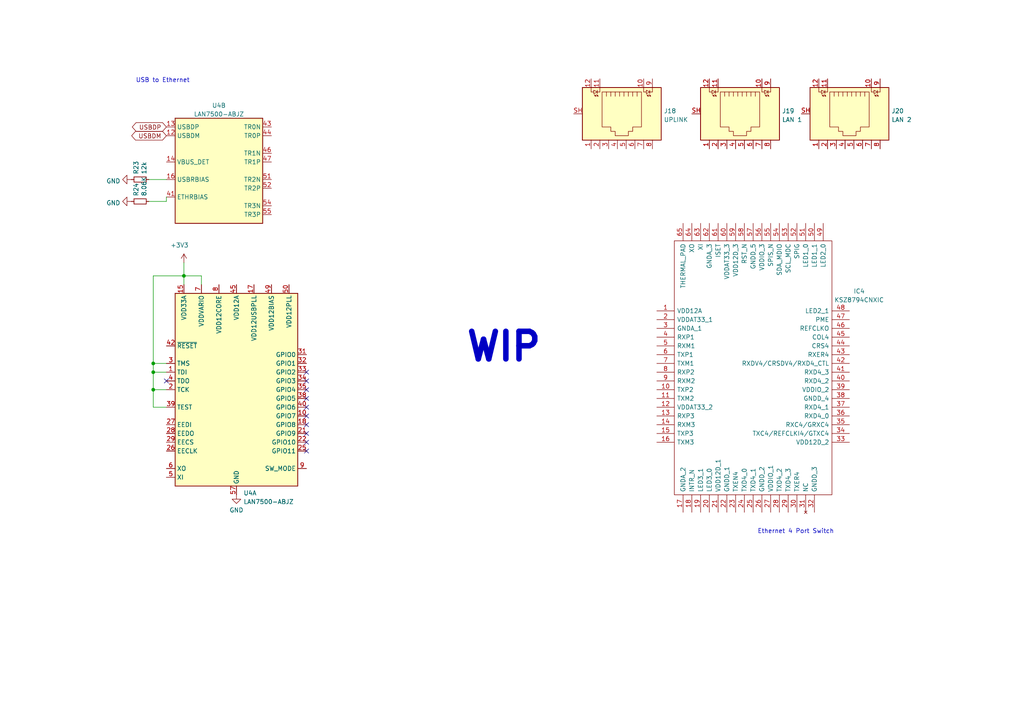
<source format=kicad_sch>
(kicad_sch (version 20211123) (generator eeschema)
  (paper "A4")
  (title_block (title "The Owl - RPI Cape 16ch Pixel Controller") (date "2022-04-04") (company "OnlineDynamic"))
  (lib_symbols
    (symbol "Connector:8P8C_LED_Shielded" (pin_names (offset 1.016))
      (property "Reference" "J" (at -5.08 13.97 0))
      (property "Value" "8P8C_LED_Shielded" (at 1.27 13.97 0))
      (symbol "8P8C_LED_Shielded_0_1"
        (polyline (pts (xy -7.62 -7.62) (xy -6.35 -7.62)))
        (polyline (pts (xy -7.62 -5.08) (xy -6.35 -5.08)))
        (polyline (pts (xy -7.62 7.62) (xy -6.35 7.62)))
        (polyline (pts (xy -7.62 10.16) (xy -6.35 10.16)))
        (polyline (pts (xy -6.858 -5.842) (xy -5.842 -5.842)))
        (polyline (pts (xy -6.858 9.398) (xy -5.842 9.398)))
        (polyline (pts (xy -6.35 -7.62) (xy -6.35 -6.858)))
        (polyline (pts (xy -6.35 -5.08) (xy -6.35 -5.842)))
        (polyline (pts (xy -6.35 7.62) (xy -6.35 8.382)))
        (polyline (pts (xy -6.35 10.16) (xy -6.35 9.398)))
        (polyline (pts (xy -5.08 -6.223) (xy -5.207 -6.604)))
        (polyline (pts (xy -5.08 -5.588) (xy -5.207 -5.969)))
        (polyline (pts (xy -5.08 4.445) (xy -6.35 4.445)))
        (polyline (pts (xy -5.08 5.715) (xy -6.35 5.715)))
        (polyline (pts (xy -5.08 9.017) (xy -5.207 8.636)))
        (polyline (pts (xy -5.08 9.652) (xy -5.207 9.271)))
        (polyline (pts (xy -6.35 -3.175) (xy -5.08 -3.175) (xy -5.08 -3.175)))
        (polyline (pts (xy -6.35 -1.905) (xy -5.08 -1.905) (xy -5.08 -1.905)))
        (polyline (pts (xy -6.35 -0.635) (xy -5.08 -0.635) (xy -5.08 -0.635)))
        (polyline (pts (xy -6.35 0.635) (xy -5.08 0.635) (xy -5.08 0.635)))
        (polyline (pts (xy -6.35 1.905) (xy -5.08 1.905) (xy -5.08 1.905)))
        (polyline (pts (xy -5.588 -6.731) (xy -5.08 -6.223) (xy -5.461 -6.35)))
        (polyline (pts (xy -5.588 -6.096) (xy -5.08 -5.588) (xy -5.461 -5.715)))
        (polyline (pts (xy -5.588 8.509) (xy -5.08 9.017) (xy -5.461 8.89)))
        (polyline (pts (xy -5.588 9.144) (xy -5.08 9.652) (xy -5.461 9.525)))
        (polyline (pts (xy -5.08 3.175) (xy -6.35 3.175) (xy -6.35 3.175)))
        (polyline (pts (xy -6.35 -5.842) (xy -6.858 -6.858) (xy -5.842 -6.858) (xy -6.35 -5.842)))
        (polyline (pts (xy -6.35 9.398) (xy -6.858 8.382) (xy -5.842 8.382) (xy -6.35 9.398)))
        (polyline (pts (xy -6.35 -4.445) (xy -6.35 6.985) (xy 3.81 6.985) (xy 3.81 4.445) (xy 5.08 4.445) (xy 5.08 3.175) (xy 6.35 3.175) (xy 6.35 -0.635) (xy 5.08 -0.635) (xy 5.08 -1.905) (xy 3.81 -1.905) (xy 3.81 -4.445) (xy -6.35 -4.445) (xy -6.35 -4.445)))
        (rectangle (start 7.62 12.7) (end -7.62 -10.16) (stroke (width 0.254)) (fill (type background)))
      )
      (symbol "8P8C_LED_Shielded_1_1"
        (pin passive line (at 10.16 -7.62 180) (length 2.54) (name "~") (number "1"))
        (pin passive line (at -10.16 7.62 0) (length 2.54) (name "~") (number "10"))
        (pin passive line (at -10.16 -5.08 0) (length 2.54) (name "~") (number "11"))
        (pin passive line (at -10.16 -7.62 0) (length 2.54) (name "~") (number "12"))
        (pin passive line (at 10.16 -5.08 180) (length 2.54) (name "~") (number "2"))
        (pin passive line (at 10.16 -2.54 180) (length 2.54) (name "~") (number "3"))
        (pin passive line (at 10.16 0 180) (length 2.54) (name "~") (number "4"))
        (pin passive line (at 10.16 2.54 180) (length 2.54) (name "~") (number "5"))
        (pin passive line (at 10.16 5.08 180) (length 2.54) (name "~") (number "6"))
        (pin passive line (at 10.16 7.62 180) (length 2.54) (name "~") (number "7"))
        (pin passive line (at 10.16 10.16 180) (length 2.54) (name "~") (number "8"))
        (pin passive line (at -10.16 10.16 0) (length 2.54) (name "~") (number "9"))
        (pin passive line (at 0 -12.7 90) (length 2.54) (name "~") (number "SH"))
      )
    )
    (symbol "Device:R_Small" (pin_numbers hide) (pin_names (offset 0.254) hide)
      (property "Reference" "R" (at 0.762 0.508 0))
      (property "Value" "R_Small" (at 0.762 -1.016 0))
      (symbol "R_Small_0_1"
        (rectangle (start -0.762 1.778) (end 0.762 -1.778) (stroke (width 0.2032)))
      )
      (symbol "R_Small_1_1"
        (pin passive line (at 0 2.54 270) (length 0.762) (name "~") (number "1"))
        (pin passive line (at 0 -2.54 90) (length 0.762) (name "~") (number "2"))
      )
    )
    (symbol "Interface_Ethernet:LAN7500-ABJZ"
      (property "Reference" "U" (at -17.78 -29.21 0))
      (property "Value" "LAN7500-ABJZ" (at -17.78 -31.75 0))
      (symbol "LAN7500-ABJZ_1_1"
        (rectangle (start -17.78 27.94) (end 17.78 -27.94) (stroke (width 0.254)) (fill (type background)))
        (pin input line (at -20.32 5.08 0) (length 2.54) (name "TDI") (number "1"))
        (pin bidirectional line (at 20.32 -7.62 180) (length 2.54) (name "GPIO7") (number "10"))
        (pin passive line (at -5.08 30.48 270) (length 2.54) hide (name "VDD12CORE") (number "11"))
        (pin power_in line (at -15.24 30.48 270) (length 2.54) (name "VDD33A") (number "15"))
        (pin power_in line (at 5.08 30.48 270) (length 2.54) (name "VDD12USBPLL") (number "17"))
        (pin bidirectional line (at 20.32 -10.16 180) (length 2.54) (name "GPIO8") (number "18"))
        (pin passive line (at -10.16 30.48 270) (length 2.54) hide (name "VDDVARIO") (number "19"))
        (pin input line (at -20.32 0 0) (length 2.54) (name "TCK") (number "2"))
        (pin passive line (at -5.08 30.48 270) (length 2.54) hide (name "VDD12CORE") (number "20"))
        (pin bidirectional line (at 20.32 -12.7 180) (length 2.54) (name "GPIO9") (number "21"))
        (pin bidirectional line (at 20.32 -15.24 180) (length 2.54) (name "GPIO10") (number "22"))
        (pin passive line (at -5.08 30.48 270) (length 2.54) hide (name "VDD12CORE") (number "23"))
        (pin passive line (at -10.16 30.48 270) (length 2.54) hide (name "VDDVARIO") (number "24"))
        (pin bidirectional line (at 20.32 -17.78 180) (length 2.54) (name "GPIO11") (number "25"))
        (pin output line (at -20.32 -17.78 0) (length 2.54) (name "EECLK") (number "26"))
        (pin input line (at -20.32 -10.16 0) (length 2.54) (name "EEDI") (number "27"))
        (pin output line (at -20.32 -12.7 0) (length 2.54) (name "EEDO") (number "28"))
        (pin output line (at -20.32 -15.24 0) (length 2.54) (name "EECS") (number "29"))
        (pin input line (at -20.32 7.62 0) (length 2.54) (name "TMS") (number "3"))
        (pin passive line (at -5.08 30.48 270) (length 2.54) hide (name "VDD12CORE") (number "30"))
        (pin bidirectional line (at 20.32 10.16 180) (length 2.54) (name "GPIO0") (number "31"))
        (pin bidirectional line (at 20.32 7.62 180) (length 2.54) (name "GPIO1") (number "32"))
        (pin bidirectional line (at 20.32 5.08 180) (length 2.54) (name "GPIO2") (number "33"))
        (pin bidirectional line (at 20.32 2.54 180) (length 2.54) (name "GPIO3") (number "34"))
        (pin bidirectional line (at 20.32 0 180) (length 2.54) (name "GPIO4") (number "35"))
        (pin passive line (at -5.08 30.48 270) (length 2.54) hide (name "VDD12CORE") (number "36"))
        (pin passive line (at -10.16 30.48 270) (length 2.54) hide (name "VDDVARIO") (number "37"))
        (pin bidirectional line (at 20.32 -2.54 180) (length 2.54) (name "GPIO5") (number "38"))
        (pin input line (at -20.32 -5.08 0) (length 2.54) (name "TEST") (number "39"))
        (pin output line (at -20.32 2.54 0) (length 2.54) (name "TDO") (number "4"))
        (pin bidirectional line (at 20.32 -5.08 180) (length 2.54) (name "GPIO6") (number "40"))
        (pin input line (at -20.32 12.7 0) (length 2.54) (name "~{RESET}") (number "42"))
        (pin power_in line (at 0 30.48 270) (length 2.54) (name "VDD12A") (number "45"))
        (pin passive line (at 0 30.48 270) (length 2.54) hide (name "VDD12A") (number "48"))
        (pin power_in line (at 10.16 30.48 270) (length 2.54) (name "VDD12BIAS") (number "49"))
        (pin input line (at -20.32 -25.4 0) (length 2.54) (name "XI") (number "5"))
        (pin power_in line (at 15.24 30.48 270) (length 2.54) (name "VDD12PLL") (number "50"))
        (pin passive line (at 0 30.48 270) (length 2.54) hide (name "VDD12A") (number "53"))
        (pin passive line (at 0 30.48 270) (length 2.54) hide (name "VDD12A") (number "56"))
        (pin power_in line (at 0 -30.48 90) (length 2.54) (name "GND") (number "57"))
        (pin output line (at -20.32 -22.86 0) (length 2.54) (name "XO") (number "6"))
        (pin power_in line (at -10.16 30.48 270) (length 2.54) (name "VDDVARIO") (number "7"))
        (pin power_in line (at -5.08 30.48 270) (length 2.54) (name "VDD12CORE") (number "8"))
        (pin output line (at 20.32 -22.86 180) (length 2.54) (name "SW_MODE") (number "9"))
      )
      (symbol "LAN7500-ABJZ_2_1"
        (rectangle (start 12.7 -15.24) (end -12.7 15.24) (stroke (width 0.254)) (fill (type background)))
        (pin bidirectional line (at -15.24 10.16 0) (length 2.54) (name "USBDM") (number "12"))
        (pin bidirectional line (at -15.24 12.7 0) (length 2.54) (name "USBDP") (number "13"))
        (pin input line (at -15.24 2.54 0) (length 2.54) (name "VBUS_DET") (number "14"))
        (pin passive line (at -15.24 -2.54 0) (length 2.54) (name "USBRBIAS") (number "16"))
        (pin passive line (at -15.24 -7.62 0) (length 2.54) (name "ETHRBIAS") (number "41"))
        (pin bidirectional line (at 15.24 12.7 180) (length 2.54) (name "TR0N") (number "43"))
        (pin bidirectional line (at 15.24 10.16 180) (length 2.54) (name "TR0P") (number "44"))
        (pin bidirectional line (at 15.24 5.08 180) (length 2.54) (name "TR1N") (number "46"))
        (pin bidirectional line (at 15.24 2.54 180) (length 2.54) (name "TR1P") (number "47"))
        (pin bidirectional line (at 15.24 -2.54 180) (length 2.54) (name "TR2N") (number "51"))
        (pin bidirectional line (at 15.24 -5.08 180) (length 2.54) (name "TR2P") (number "52"))
        (pin bidirectional line (at 15.24 -10.16 180) (length 2.54) (name "TR3N") (number "54"))
        (pin bidirectional line (at 15.24 -12.7 180) (length 2.54) (name "TR3P") (number "55"))
      )
    )
    (symbol "SamacSys_Parts:KSZ8794CNXIC" (pin_names (offset 0.762))
      (property "Reference" "IC" (at 52.07 25.4 0))
      (property "Value" "KSZ8794CNXIC" (at 52.07 22.86 0))
      (symbol "KSZ8794CNXIC_0_0"
        (pin passive line (at 0 0 0) (length 5.08) (name "VDD12A") (number "1"))
        (pin passive line (at 0 -22.86 0) (length 5.08) (name "TXP2") (number "10"))
        (pin passive line (at 0 -25.4 0) (length 5.08) (name "TXM2") (number "11"))
        (pin passive line (at 0 -27.94 0) (length 5.08) (name "VDDAT33_2") (number "12"))
        (pin passive line (at 0 -30.48 0) (length 5.08) (name "RXP3") (number "13"))
        (pin passive line (at 0 -33.02 0) (length 5.08) (name "RXM3") (number "14"))
        (pin passive line (at 0 -35.56 0) (length 5.08) (name "TXP3") (number "15"))
        (pin passive line (at 0 -38.1 0) (length 5.08) (name "TXM3") (number "16"))
        (pin passive line (at 7.62 -58.42 90) (length 5.08) (name "GNDA_2") (number "17"))
        (pin passive line (at 10.16 -58.42 90) (length 5.08) (name "INTR_N") (number "18"))
        (pin passive line (at 12.7 -58.42 90) (length 5.08) (name "LED3_1") (number "19"))
        (pin passive line (at 0 -2.54 0) (length 5.08) (name "VDDAT33_1") (number "2"))
        (pin passive line (at 15.24 -58.42 90) (length 5.08) (name "LED3_0") (number "20"))
        (pin passive line (at 17.78 -58.42 90) (length 5.08) (name "VDD12D_1") (number "21"))
        (pin passive line (at 20.32 -58.42 90) (length 5.08) (name "GNDD_1") (number "22"))
        (pin passive line (at 22.86 -58.42 90) (length 5.08) (name "TXEN4") (number "23"))
        (pin passive line (at 25.4 -58.42 90) (length 5.08) (name "TXD4_0") (number "24"))
        (pin passive line (at 27.94 -58.42 90) (length 5.08) (name "TXD4_1") (number "25"))
        (pin passive line (at 30.48 -58.42 90) (length 5.08) (name "GNDD_2") (number "26"))
        (pin passive line (at 33.02 -58.42 90) (length 5.08) (name "VDDIO_1") (number "27"))
        (pin passive line (at 35.56 -58.42 90) (length 5.08) (name "TXD4_2") (number "28"))
        (pin passive line (at 38.1 -58.42 90) (length 5.08) (name "TXD4_3") (number "29"))
        (pin passive line (at 0 -5.08 0) (length 5.08) (name "GNDA_1") (number "3"))
        (pin passive line (at 40.64 -58.42 90) (length 5.08) (name "TXER4") (number "30"))
        (pin no_connect line (at 43.18 -58.42 90) (length 5.08) (name "NC") (number "31"))
        (pin passive line (at 45.72 -58.42 90) (length 5.08) (name "GNDD_3") (number "32"))
        (pin passive line (at 55.88 -38.1 180) (length 5.08) (name "VDD12D_2") (number "33"))
        (pin passive line (at 55.88 -35.56 180) (length 5.08) (name "TXC4/REFCLKI4/GTXC4") (number "34"))
        (pin passive line (at 55.88 -33.02 180) (length 5.08) (name "RXC4/GRXC4") (number "35"))
        (pin passive line (at 55.88 -30.48 180) (length 5.08) (name "RXD4_0") (number "36"))
        (pin passive line (at 55.88 -27.94 180) (length 5.08) (name "RXD4_1") (number "37"))
        (pin passive line (at 55.88 -25.4 180) (length 5.08) (name "GNDD_4") (number "38"))
        (pin passive line (at 55.88 -22.86 180) (length 5.08) (name "VDDIO_2") (number "39"))
        (pin passive line (at 0 -7.62 0) (length 5.08) (name "RXP1") (number "4"))
        (pin passive line (at 55.88 -20.32 180) (length 5.08) (name "RXD4_2") (number "40"))
        (pin passive line (at 55.88 -17.78 180) (length 5.08) (name "RXD4_3") (number "41"))
        (pin passive line (at 55.88 -15.24 180) (length 5.08) (name "RXDV4/CRSDV4/RXD4_CTL") (number "42"))
        (pin passive line (at 55.88 -12.7 180) (length 5.08) (name "RXER4") (number "43"))
        (pin passive line (at 55.88 -10.16 180) (length 5.08) (name "CRS4") (number "44"))
        (pin passive line (at 55.88 -7.62 180) (length 5.08) (name "COL4") (number "45"))
        (pin passive line (at 55.88 -5.08 180) (length 5.08) (name "REFCLKO") (number "46"))
        (pin passive line (at 55.88 -2.54 180) (length 5.08) (name "PME") (number "47"))
        (pin passive line (at 55.88 0 180) (length 5.08) (name "LED2_1") (number "48"))
        (pin passive line (at 48.26 25.4 270) (length 5.08) (name "LED2_0") (number "49"))
        (pin passive line (at 0 -10.16 0) (length 5.08) (name "RXM1") (number "5"))
        (pin passive line (at 45.72 25.4 270) (length 5.08) (name "LED1_1") (number "50"))
        (pin passive line (at 43.18 25.4 270) (length 5.08) (name "LED1_0") (number "51"))
        (pin passive line (at 40.64 25.4 270) (length 5.08) (name "SPIG") (number "52"))
        (pin passive line (at 38.1 25.4 270) (length 5.08) (name "SCL_MDC") (number "53"))
        (pin passive line (at 35.56 25.4 270) (length 5.08) (name "SDA_MDIO") (number "54"))
        (pin passive line (at 33.02 25.4 270) (length 5.08) (name "SPIS_N") (number "55"))
        (pin passive line (at 30.48 25.4 270) (length 5.08) (name "VDDIO_3") (number "56"))
        (pin passive line (at 27.94 25.4 270) (length 5.08) (name "GNDD_5") (number "57"))
        (pin passive line (at 25.4 25.4 270) (length 5.08) (name "RST_N") (number "58"))
        (pin passive line (at 22.86 25.4 270) (length 5.08) (name "VDD12D_3") (number "59"))
        (pin passive line (at 0 -12.7 0) (length 5.08) (name "TXP1") (number "6"))
        (pin passive line (at 20.32 25.4 270) (length 5.08) (name "VDDAT33_3") (number "60"))
        (pin passive line (at 17.78 25.4 270) (length 5.08) (name "ISET") (number "61"))
        (pin passive line (at 15.24 25.4 270) (length 5.08) (name "GNDA_3") (number "62"))
        (pin passive line (at 12.7 25.4 270) (length 5.08) (name "XI") (number "63"))
        (pin passive line (at 10.16 25.4 270) (length 5.08) (name "XO") (number "64"))
        (pin passive line (at 7.62 25.4 270) (length 5.08) (name "THERMAL_PAD") (number "65"))
        (pin passive line (at 0 -15.24 0) (length 5.08) (name "TXM1") (number "7"))
        (pin passive line (at 0 -17.78 0) (length 5.08) (name "RXP2") (number "8"))
        (pin passive line (at 0 -20.32 0) (length 5.08) (name "RXM2") (number "9"))
      )
      (symbol "KSZ8794CNXIC_0_1"
        (polyline (pts (xy 5.08 20.32) (xy 50.8 20.32) (xy 50.8 -53.34) (xy 5.08 -53.34) (xy 5.08 20.32)) (stroke (width 0.1524)))
      )
    )
    (symbol "power:+3.3V" (power) (pin_names (offset 0))
      (property "Value" "+3.3V" (at 0 3.556 0))
      (symbol "+3.3V_0_1"
        (polyline (pts (xy -0.762 1.27) (xy 0 2.54)))
        (polyline (pts (xy 0 0) (xy 0 2.54)))
        (polyline (pts (xy 0 2.54) (xy 0.762 1.27)))
      )
      (symbol "+3.3V_1_1"
        (pin power_in line (at 0 0 90) (length 0) hide (name "+3V3") (number "1"))
      )
    )
    (symbol "power:GND" (power) (pin_names (offset 0))
      (property "Value" "GND" (at 0 -3.81 0))
      (symbol "GND_0_1"
        (polyline (pts (xy 0 0) (xy 0 -1.27) (xy 1.27 -1.27) (xy 0 -2.54) (xy -1.27 -1.27) (xy 0 -1.27)))
      )
      (symbol "GND_1_1"
        (pin power_in line (at 0 0 270) (length 0) hide (name "GND") (number "1"))
      )
    )
  )
  (junction (at 44.45 105.41))
  (junction (at 44.45 113.03))
  (junction (at 53.34 80.01))
  (junction (at 44.45 107.95))
  (no_connect (at 88.9 107.95))
  (no_connect (at 88.9 125.73))
  (no_connect (at 88.9 113.03))
  (no_connect (at 88.9 130.81))
  (no_connect (at 88.9 118.11))
  (no_connect (at 88.9 123.19))
  (no_connect (at 88.9 128.27))
  (no_connect (at 88.9 120.65))
  (no_connect (at 48.26 110.49))
  (no_connect (at 88.9 110.49))
  (no_connect (at 88.9 115.57))
  (wire (pts (xy 43.18 58.42) (xy 48.26 58.42)))
  (wire (pts (xy 44.45 118.11) (xy 44.45 113.03)))
  (wire (pts (xy 43.18 52.07) (xy 48.26 52.07)))
  (wire (pts (xy 44.45 80.01) (xy 53.34 80.01)))
  (wire (pts (xy 44.45 107.95) (xy 44.45 105.41)))
  (wire (pts (xy 48.26 118.11) (xy 44.45 118.11)))
  (wire (pts (xy 48.26 58.42) (xy 48.26 57.15)))
  (wire (pts (xy 44.45 107.95) (xy 44.45 113.03)))
  (wire (pts (xy 53.34 80.01) (xy 53.34 82.55)))
  (wire (pts (xy 44.45 105.41) (xy 44.45 80.01)))
  (wire (pts (xy 44.45 107.95) (xy 48.26 107.95)))
  (wire (pts (xy 44.45 105.41) (xy 48.26 105.41)))
  (wire (pts (xy 58.42 80.01) (xy 53.34 80.01)))
  (wire (pts (xy 48.26 113.03) (xy 44.45 113.03)))
  (wire (pts (xy 53.34 76.2) (xy 53.34 80.01)))
  (wire (pts (xy 58.42 82.55) (xy 58.42 80.01)))
  (text "USB to Ethernet" (at 39.37 24.13 0) (effects (font (size 1.27 1.27)) (justify left bottom)))
  (text "Ethernet 4 Port Switch" (at 219.71 154.94 0) (effects (font (size 1.27 1.27)) (justify left bottom)))
  (text "WIP" (at 134.62 105.41 0) (effects (font (size 8 8) (thickness 1.6) bold) (justify left bottom)))
  (global_label "USBDP" (shape bidirectional) (at 48.26 36.83 180) (property "Intersheet References" "${INTERSHEET_REFS}" (effects hide)))
  (global_label "USBDM" (shape bidirectional) (at 48.26 39.37 180) (property "Intersheet References" "${INTERSHEET_REFS}" (effects hide)))
  (symbol (lib_id "Connector:8P8C_LED_Shielded") (at 179.07 33.02 270) (unit 1)
    (property "Reference" "J18" (at 192.532 32.1853 90) (effects (justify left)))
    (property "Value" "UPLINK" (at 192.532 34.7222 90) (effects (justify left)))
    (property "Footprint" "Connector_RJ:RJ45_BEL_SS74301-00x_Vertical" (effects hide))
  )
  (symbol (lib_id "power:+3.3V") (at 53.34 76.2 0) (unit 1)
    (property "Reference" "#PWR0127" (effects hide))
    (property "Value" "+3.3V" (at 52.07 71.12 0))
  )
  (symbol (lib_id "SamacSys_Parts:KSZ8794CNXIC") (at 190.5 90.17 0) (unit 1)
    (property "Reference" "IC4" (at 249.1965 84.4635 0))
    (property "Value" "KSZ8794CNXIC" (at 249.1965 87.0004 0))
    (property "Footprint" "QFN40P800X800X90-65N" (effects hide))
    (property "Description" "MICROCHIP - KSZ8794CNXIC - ETHERNET TRANSCEIVER, 100 MBPS, QFN-64" (effects hide))
    (property "Height" "0.9" (effects hide))
    (property "Mouser Part Number" "998-KSZ8794CNXIC" (effects hide))
    (property "Mouser Price/Stock" "https://www.mouser.co.uk/ProductDetail/Microchip-Technology-Micrel/KSZ8794CNXIC?qs=%2Fc0cCNcL7XyI05Q4%252BqTErw%3D%3D" (effects hide))
    (property "Manufacturer_Name" "Microchip" (effects hide))
    (property "Manufacturer_Part_Number" "KSZ8794CNXIC" (effects hide))
  )
  (symbol (lib_id "power:GND") (at 38.1 52.07 270) (unit 1)
    (property "Reference" "#PWR0128" (effects hide))
    (property "Value" "GND" (at 34.9251 52.5038 90) (effects (justify right)))
  )
  (symbol (lib_id "Connector:8P8C_LED_Shielded") (at 213.36 33.02 270) (unit 1)
    (property "Reference" "J19" (at 226.822 32.1853 90) (effects (justify left)))
    (property "Value" "LAN 1" (at 226.822 34.7222 90) (effects (justify left)))
    (property "Footprint" "Connector_RJ:RJ45_BEL_SS74301-00x_Vertical" (effects hide))
  )
  (symbol (lib_id "power:GND") (at 38.1 58.42 270) (unit 1)
    (property "Reference" "#PWR0129" (effects hide))
    (property "Value" "GND" (at 34.9251 58.8538 90) (effects (justify right)))
  )
  (symbol (lib_id "Interface_Ethernet:LAN7500-ABJZ") (at 68.58 113.03 0) (unit 1)
    (property "Reference" "U4" (at 70.5994 143.0004 0) (effects (justify left)))
    (property "Value" "LAN7500-ABJZ" (at 70.5994 145.5373 0) (effects (justify left)))
    (property "Footprint" "Package_DFN_QFN:QFN-56-1EP_8x8mm_P0.5mm_EP5.9x5.9mm" (effects hide))
    (property "Datasheet" "http://ww1.microchip.com/downloads/en/DeviceDoc/00001734B.pdf" (effects hide))
  )
  (symbol (lib_id "Connector:8P8C_LED_Shielded") (at 245.11 33.02 270) (unit 1)
    (property "Reference" "J20" (at 258.572 32.1853 90) (effects (justify left)))
    (property "Value" "LAN 2" (at 258.572 34.7222 90) (effects (justify left)))
    (property "Footprint" "Connector_RJ:RJ45_BEL_SS74301-00x_Vertical" (effects hide))
  )
  (symbol (lib_id "Device:R_Small") (at 40.64 52.07 90) (unit 1)
    (property "Reference" "R23" (at 39.4716 50.5714 0) (effects (justify left)))
    (property "Value" "12k" (at 41.783 50.5714 0) (effects (justify left)))
    (property "Footprint" "Resistor_SMD:R_0805_2012Metric" (effects hide))
    (property "Datasheet" "https://datasheet.lcsc.com/szlcsc/Uniroyal-Elec-0805W8F2201T5E_C17520.pdf" (effects hide))
  )
  (symbol (lib_id "Device:R_Small") (at 40.64 58.42 90) (unit 1)
    (property "Reference" "R24" (at 39.4716 56.9214 0) (effects (justify left)))
    (property "Value" "8.06K" (at 41.783 56.9214 0) (effects (justify left)))
    (property "Footprint" "Resistor_SMD:R_0805_2012Metric" (effects hide))
    (property "Datasheet" "https://datasheet.lcsc.com/szlcsc/Uniroyal-Elec-0805W8F2201T5E_C17520.pdf" (effects hide))
  )
  (symbol (lib_id "Interface_Ethernet:LAN7500-ABJZ") (at 63.5 49.53 0) (unit 2)
    (property "Reference" "U4" (at 63.5 30.5902 0))
    (property "Value" "LAN7500-ABJZ" (at 63.5 33.1271 0))
    (property "Footprint" "Package_DFN_QFN:QFN-56-1EP_8x8mm_P0.5mm_EP5.9x5.9mm" (effects hide))
    (property "Datasheet" "http://ww1.microchip.com/downloads/en/DeviceDoc/00001734B.pdf" (effects hide))
  )
  (symbol (lib_id "power:GND") (at 68.58 143.51 0) (unit 1)
    (property "Reference" "#PWR0126" (effects hide))
    (property "Value" "GND" (at 68.58 147.9534 0))
  )
)
</source>
